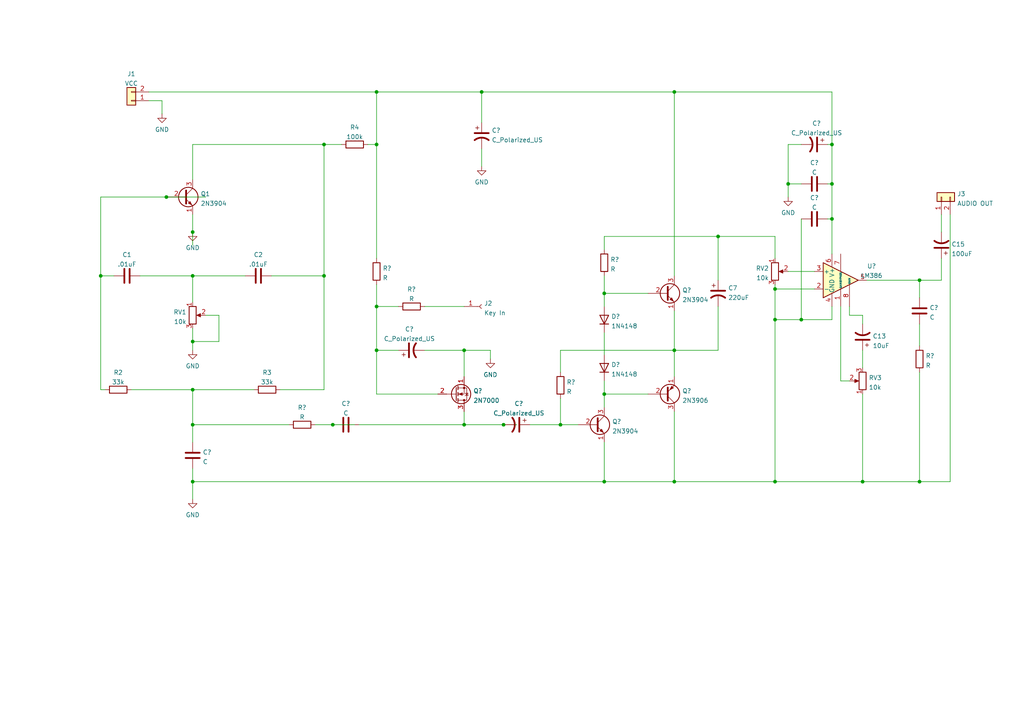
<source format=kicad_sch>
(kicad_sch (version 20211123) (generator eeschema)
  (paper "A4")
  (lib_symbols
    (symbol "Amplifier_Audio:LM386" (pin_names (offset 0.127))
      (property "Reference" "U" (at 1.27 7.62 0))
      (property "Value" "LM386" (at 1.27 5.08 0))
      (symbol "LM386_0_1"
        (polyline (pts (xy 5.08 0) (xy -5.08 5.08) (xy -5.08 -5.08) (xy 5.08 0)) (stroke (width 0.254)) (fill (type background)))
      )
      (symbol "LM386_1_1"
        (pin input line (at 0 -7.62 90) (length 5.08) (name "GAIN") (number "1"))
        (pin input line (at -7.62 -2.54 0) (length 2.54) (name "-") (number "2"))
        (pin input line (at -7.62 2.54 0) (length 2.54) (name "+") (number "3"))
        (pin power_in line (at -2.54 -7.62 90) (length 3.81) (name "GND") (number "4"))
        (pin output line (at 7.62 0 180) (length 2.54) (name "~") (number "5"))
        (pin power_in line (at -2.54 7.62 270) (length 3.81) (name "V+") (number "6"))
        (pin input line (at 0 7.62 270) (length 5.08) (name "BYPASS") (number "7"))
        (pin input line (at 2.54 -7.62 90) (length 6.35) (name "GAIN") (number "8"))
      )
    )
    (symbol "Connector:Conn_01x01_Female" (pin_names (offset 1.016) hide)
      (property "Reference" "J" (at 0 2.54 0))
      (property "Value" "Conn_01x01_Female" (at 0 -2.54 0))
      (symbol "Conn_01x01_Female_1_1"
        (polyline (pts (xy -1.27 0) (xy -0.508 0)) (stroke (width 0.1524)))
        (arc (start 0 0.508) (mid -0.508 0) (end 0 -0.508) (stroke (width 0.1524)))
        (pin passive line (at -5.08 0 0) (length 3.81) (name "Pin_1") (number "1"))
      )
    )
    (symbol "Connector_Generic:Conn_01x02" (pin_names (offset 1.016) hide)
      (property "Reference" "J" (at 0 2.54 0))
      (property "Value" "Conn_01x02" (at 0 -5.08 0))
      (symbol "Conn_01x02_1_1"
        (rectangle (start -1.27 -2.413) (end 0 -2.667) (stroke (width 0.1524)))
        (rectangle (start -1.27 0.127) (end 0 -0.127) (stroke (width 0.1524)))
        (rectangle (start -1.27 1.27) (end 1.27 -3.81) (stroke (width 0.254)) (fill (type background)))
        (pin passive line (at -5.08 0 0) (length 3.81) (name "Pin_1") (number "1"))
        (pin passive line (at -5.08 -2.54 0) (length 3.81) (name "Pin_2") (number "2"))
      )
    )
    (symbol "Device:C" (pin_numbers hide) (pin_names (offset 0.254))
      (property "Reference" "C" (at 0.635 2.54 0))
      (property "Value" "C" (at 0.635 -2.54 0))
      (symbol "C_0_1"
        (polyline (pts (xy -2.032 -0.762) (xy 2.032 -0.762)) (stroke (width 0.508)))
        (polyline (pts (xy -2.032 0.762) (xy 2.032 0.762)) (stroke (width 0.508)))
      )
      (symbol "C_1_1"
        (pin passive line (at 0 3.81 270) (length 2.794) (name "~") (number "1"))
        (pin passive line (at 0 -3.81 90) (length 2.794) (name "~") (number "2"))
      )
    )
    (symbol "Device:C_Polarized_US" (pin_numbers hide) (pin_names (offset 0.254) hide)
      (property "Reference" "C" (at 0.635 2.54 0))
      (property "Value" "C_Polarized_US" (at 0.635 -2.54 0))
      (symbol "C_Polarized_US_0_1"
        (polyline (pts (xy -2.032 0.762) (xy 2.032 0.762)) (stroke (width 0.508)))
        (polyline (pts (xy -1.778 2.286) (xy -0.762 2.286)))
        (polyline (pts (xy -1.27 1.778) (xy -1.27 2.794)))
        (arc (start 2.032 -1.27) (mid 0 -0.5572) (end -2.032 -1.27) (stroke (width 0.508)))
      )
      (symbol "C_Polarized_US_1_1"
        (pin passive line (at 0 3.81 270) (length 2.794) (name "~") (number "1"))
        (pin passive line (at 0 -3.81 90) (length 3.302) (name "~") (number "2"))
      )
    )
    (symbol "Device:R" (pin_numbers hide) (pin_names (offset 0))
      (property "Reference" "R" (at 2.032 0 90))
      (property "Value" "R" (at 0 0 90))
      (symbol "R_0_1"
        (rectangle (start -1.016 -2.54) (end 1.016 2.54) (stroke (width 0.254)))
      )
      (symbol "R_1_1"
        (pin passive line (at 0 3.81 270) (length 1.27) (name "~") (number "1"))
        (pin passive line (at 0 -3.81 90) (length 1.27) (name "~") (number "2"))
      )
    )
    (symbol "Device:R_Potentiometer" (pin_names (offset 1.016) hide)
      (property "Reference" "RV" (at -4.445 0 90))
      (property "Value" "R_Potentiometer" (at -2.54 0 90))
      (symbol "R_Potentiometer_0_1"
        (polyline (pts (xy 2.54 0) (xy 1.524 0)))
        (polyline (pts (xy 1.143 0) (xy 2.286 0.508) (xy 2.286 -0.508) (xy 1.143 0)) (fill (type outline)))
        (rectangle (start 1.016 2.54) (end -1.016 -2.54) (stroke (width 0.254)))
      )
      (symbol "R_Potentiometer_1_1"
        (pin passive line (at 0 3.81 270) (length 1.27) (name "1") (number "1"))
        (pin passive line (at 3.81 0 180) (length 1.27) (name "2") (number "2"))
        (pin passive line (at 0 -3.81 90) (length 1.27) (name "3") (number "3"))
      )
    )
    (symbol "Diode:1N4148" (pin_numbers hide) (pin_names (offset 1.016) hide)
      (property "Reference" "D" (at 0 2.54 0))
      (property "Value" "1N4148" (at 0 -2.54 0))
      (symbol "1N4148_0_1"
        (polyline (pts (xy -1.27 1.27) (xy -1.27 -1.27)) (stroke (width 0.254)))
        (polyline (pts (xy 1.27 0) (xy -1.27 0)))
        (polyline (pts (xy 1.27 1.27) (xy 1.27 -1.27) (xy -1.27 0) (xy 1.27 1.27)) (stroke (width 0.254)))
      )
      (symbol "1N4148_1_1"
        (pin passive line (at -3.81 0 0) (length 2.54) (name "K") (number "1"))
        (pin passive line (at 3.81 0 180) (length 2.54) (name "A") (number "2"))
      )
    )
    (symbol "Transistor_BJT:2N3904" (pin_names (offset 0) hide)
      (property "Reference" "Q" (at 5.08 1.905 0))
      (property "Value" "2N3904" (at 5.08 0 0))
      (symbol "2N3904_0_1"
        (polyline (pts (xy 0.635 0.635) (xy 2.54 2.54)))
        (polyline (pts (xy 0.635 -0.635) (xy 2.54 -2.54) (xy 2.54 -2.54)))
        (polyline (pts (xy 0.635 1.905) (xy 0.635 -1.905) (xy 0.635 -1.905)) (stroke (width 0.508)))
        (polyline (pts (xy 1.27 -1.778) (xy 1.778 -1.27) (xy 2.286 -2.286) (xy 1.27 -1.778) (xy 1.27 -1.778)) (fill (type outline)))
        (circle (center 1.27 0) (radius 2.8194) (stroke (width 0.254)))
      )
      (symbol "2N3904_1_1"
        (pin passive line (at 2.54 -5.08 90) (length 2.54) (name "E") (number "1"))
        (pin passive line (at -5.08 0 0) (length 5.715) (name "B") (number "2"))
        (pin passive line (at 2.54 5.08 270) (length 2.54) (name "C") (number "3"))
      )
    )
    (symbol "Transistor_BJT:2N3906" (pin_names (offset 0) hide)
      (property "Reference" "Q" (at 5.08 1.905 0))
      (property "Value" "2N3906" (at 5.08 0 0))
      (symbol "2N3906_0_1"
        (polyline (pts (xy 0.635 0.635) (xy 2.54 2.54)))
        (polyline (pts (xy 0.635 -0.635) (xy 2.54 -2.54) (xy 2.54 -2.54)))
        (polyline (pts (xy 0.635 1.905) (xy 0.635 -1.905) (xy 0.635 -1.905)) (stroke (width 0.508)))
        (polyline (pts (xy 2.286 -1.778) (xy 1.778 -2.286) (xy 1.27 -1.27) (xy 2.286 -1.778) (xy 2.286 -1.778)) (fill (type outline)))
        (circle (center 1.27 0) (radius 2.8194) (stroke (width 0.254)))
      )
      (symbol "2N3906_1_1"
        (pin passive line (at 2.54 -5.08 90) (length 2.54) (name "E") (number "1"))
        (pin input line (at -5.08 0 0) (length 5.715) (name "B") (number "2"))
        (pin passive line (at 2.54 5.08 270) (length 2.54) (name "C") (number "3"))
      )
    )
    (symbol "Transistor_FET:2N7000" (pin_names hide)
      (property "Reference" "Q" (at 5.08 1.905 0))
      (property "Value" "2N7000" (at 5.08 0 0))
      (symbol "2N7000_0_1"
        (polyline (pts (xy 0.254 0) (xy -2.54 0)))
        (polyline (pts (xy 0.254 1.905) (xy 0.254 -1.905)) (stroke (width 0.254)))
        (polyline (pts (xy 0.762 -1.27) (xy 0.762 -2.286)) (stroke (width 0.254)))
        (polyline (pts (xy 0.762 0.508) (xy 0.762 -0.508)) (stroke (width 0.254)))
        (polyline (pts (xy 0.762 2.286) (xy 0.762 1.27)) (stroke (width 0.254)))
        (polyline (pts (xy 2.54 2.54) (xy 2.54 1.778)))
        (polyline (pts (xy 2.54 -2.54) (xy 2.54 0) (xy 0.762 0)))
        (polyline (pts (xy 0.762 -1.778) (xy 3.302 -1.778) (xy 3.302 1.778) (xy 0.762 1.778)))
        (polyline (pts (xy 1.016 0) (xy 2.032 0.381) (xy 2.032 -0.381) (xy 1.016 0)) (fill (type outline)))
        (polyline (pts (xy 2.794 0.508) (xy 2.921 0.381) (xy 3.683 0.381) (xy 3.81 0.254)))
        (polyline (pts (xy 3.302 0.381) (xy 2.921 -0.254) (xy 3.683 -0.254) (xy 3.302 0.381)))
        (circle (center 1.651 0) (radius 2.794) (stroke (width 0.254)))
        (circle (center 2.54 -1.778) (radius 0.254) (fill (type outline)))
        (circle (center 2.54 1.778) (radius 0.254) (fill (type outline)))
      )
      (symbol "2N7000_1_1"
        (pin passive line (at 2.54 -5.08 90) (length 2.54) (name "S") (number "1"))
        (pin input line (at -5.08 0 0) (length 2.54) (name "G") (number "2"))
        (pin passive line (at 2.54 5.08 270) (length 2.54) (name "D") (number "3"))
      )
    )
    (symbol "power:GND" (power) (pin_names (offset 0))
      (property "Value" "GND" (at 0 -3.81 0))
      (symbol "GND_0_1"
        (polyline (pts (xy 0 0) (xy 0 -1.27) (xy 1.27 -1.27) (xy 0 -2.54) (xy -1.27 -1.27) (xy 0 -1.27)))
      )
      (symbol "GND_1_1"
        (pin power_in line (at 0 0 270) (length 0) hide (name "GND") (number "1"))
      )
    )
  )
  (junction (at 139.7 26.67))
  (junction (at 162.56 123.19))
  (junction (at 109.22 26.67))
  (junction (at 241.3 41.91))
  (junction (at 55.88 67.31))
  (junction (at 195.58 101.6))
  (junction (at 146.05 123.19))
  (junction (at 228.6 53.34))
  (junction (at 29.21 80.01))
  (junction (at 266.7 81.28))
  (junction (at 109.22 41.91))
  (junction (at 175.26 85.09))
  (junction (at 96.52 123.19))
  (junction (at 250.19 139.7))
  (junction (at 134.62 123.19))
  (junction (at 241.3 53.34))
  (junction (at 109.22 101.6))
  (junction (at 134.62 101.6))
  (junction (at 93.98 80.01))
  (junction (at 175.26 139.7))
  (junction (at 175.26 114.3))
  (junction (at 93.98 41.91))
  (junction (at 195.58 139.7))
  (junction (at 224.79 83.82))
  (junction (at 224.79 139.7))
  (junction (at 55.88 113.03))
  (junction (at 109.22 88.9))
  (junction (at 55.88 139.7))
  (junction (at 224.79 92.71))
  (junction (at 232.41 92.71))
  (junction (at 55.88 123.19))
  (junction (at 208.28 68.58))
  (junction (at 241.3 63.5))
  (junction (at 48.26 57.15))
  (junction (at 266.7 139.7))
  (junction (at 55.88 80.01))
  (junction (at 55.88 99.06))
  (junction (at 195.58 26.67))
  (wire (pts (xy 93.98 41.91) (xy 55.88 41.91)))
  (wire (pts (xy 139.7 26.67) (xy 139.7 35.56)))
  (wire (pts (xy 93.98 80.01) (xy 93.98 113.03)))
  (wire (pts (xy 250.19 93.98) (xy 250.19 91.44)))
  (wire (pts (xy 134.62 101.6) (xy 134.62 109.22)))
  (wire (pts (xy 55.88 123.19) (xy 83.82 123.19)))
  (wire (pts (xy 266.7 86.36) (xy 266.7 81.28)))
  (wire (pts (xy 175.26 114.3) (xy 187.96 114.3)))
  (wire (pts (xy 55.88 99.06) (xy 55.88 101.6)))
  (wire (pts (xy 38.1 113.03) (xy 55.88 113.03)))
  (wire (pts (xy 232.41 92.71) (xy 241.3 92.71)))
  (wire (pts (xy 241.3 53.34) (xy 241.3 41.91)))
  (wire (pts (xy 162.56 115.57) (xy 162.56 123.19)))
  (wire (pts (xy 240.03 53.34) (xy 241.3 53.34)))
  (wire (pts (xy 109.22 74.93) (xy 109.22 41.91)))
  (wire (pts (xy 139.7 43.18) (xy 139.7 48.26)))
  (wire (pts (xy 240.03 63.5) (xy 241.3 63.5)))
  (wire (pts (xy 266.7 107.95) (xy 266.7 139.7)))
  (wire (pts (xy 232.41 63.5) (xy 232.41 92.71)))
  (wire (pts (xy 195.58 26.67) (xy 241.3 26.67)))
  (wire (pts (xy 63.5 99.06) (xy 63.5 91.44)))
  (wire (pts (xy 55.88 95.25) (xy 55.88 99.06)))
  (wire (pts (xy 228.6 41.91) (xy 228.6 53.34)))
  (wire (pts (xy 139.7 26.67) (xy 195.58 26.67)))
  (wire (pts (xy 134.62 123.19) (xy 146.05 123.19)))
  (wire (pts (xy 78.74 80.01) (xy 93.98 80.01)))
  (wire (pts (xy 55.88 41.91) (xy 55.88 52.07)))
  (wire (pts (xy 55.88 135.89) (xy 55.88 139.7)))
  (wire (pts (xy 175.26 114.3) (xy 175.26 118.11)))
  (wire (pts (xy 55.88 123.19) (xy 55.88 128.27)))
  (wire (pts (xy 275.59 139.7) (xy 266.7 139.7)))
  (wire (pts (xy 55.88 99.06) (xy 63.5 99.06)))
  (wire (pts (xy 93.98 41.91) (xy 99.06 41.91)))
  (wire (pts (xy 208.28 101.6) (xy 195.58 101.6)))
  (wire (pts (xy 273.05 62.23) (xy 273.05 67.31)))
  (wire (pts (xy 224.79 82.55) (xy 224.79 83.82)))
  (wire (pts (xy 232.41 41.91) (xy 228.6 41.91)))
  (wire (pts (xy 29.21 113.03) (xy 30.48 113.03)))
  (wire (pts (xy 162.56 123.19) (xy 167.64 123.19)))
  (wire (pts (xy 109.22 41.91) (xy 106.68 41.91)))
  (wire (pts (xy 63.5 91.44) (xy 59.69 91.44)))
  (wire (pts (xy 59.69 57.15) (xy 48.26 57.15)))
  (wire (pts (xy 146.05 123.19) (xy 149.86 123.19)))
  (wire (pts (xy 208.28 68.58) (xy 224.79 68.58)))
  (wire (pts (xy 109.22 41.91) (xy 109.22 26.67)))
  (wire (pts (xy 55.88 80.01) (xy 55.88 87.63)))
  (wire (pts (xy 43.18 26.67) (xy 109.22 26.67)))
  (wire (pts (xy 55.88 113.03) (xy 55.88 123.19)))
  (wire (pts (xy 195.58 119.38) (xy 195.58 139.7)))
  (wire (pts (xy 175.26 85.09) (xy 187.96 85.09)))
  (wire (pts (xy 266.7 81.28) (xy 251.46 81.28)))
  (wire (pts (xy 250.19 101.6) (xy 250.19 106.68)))
  (wire (pts (xy 48.26 57.15) (xy 29.21 57.15)))
  (wire (pts (xy 208.28 88.9) (xy 208.28 101.6)))
  (wire (pts (xy 55.88 139.7) (xy 55.88 144.78)))
  (wire (pts (xy 81.28 113.03) (xy 93.98 113.03)))
  (wire (pts (xy 228.6 57.15) (xy 228.6 53.34)))
  (wire (pts (xy 162.56 101.6) (xy 195.58 101.6)))
  (wire (pts (xy 246.38 91.44) (xy 246.38 88.9)))
  (wire (pts (xy 241.3 73.66) (xy 241.3 63.5)))
  (wire (pts (xy 91.44 123.19) (xy 96.52 123.19)))
  (wire (pts (xy 228.6 78.74) (xy 236.22 78.74)))
  (wire (pts (xy 195.58 26.67) (xy 195.58 80.01)))
  (wire (pts (xy 175.26 88.9) (xy 175.26 85.09)))
  (wire (pts (xy 241.3 26.67) (xy 241.3 41.91)))
  (wire (pts (xy 123.19 88.9) (xy 134.62 88.9)))
  (wire (pts (xy 40.64 80.01) (xy 55.88 80.01)))
  (wire (pts (xy 175.26 110.49) (xy 175.26 114.3)))
  (wire (pts (xy 266.7 93.98) (xy 266.7 100.33)))
  (wire (pts (xy 109.22 88.9) (xy 115.57 88.9)))
  (wire (pts (xy 195.58 139.7) (xy 224.79 139.7)))
  (wire (pts (xy 224.79 92.71) (xy 224.79 139.7)))
  (wire (pts (xy 250.19 139.7) (xy 224.79 139.7)))
  (wire (pts (xy 109.22 26.67) (xy 139.7 26.67)))
  (wire (pts (xy 175.26 128.27) (xy 175.26 139.7)))
  (wire (pts (xy 224.79 92.71) (xy 232.41 92.71)))
  (wire (pts (xy 142.24 101.6) (xy 134.62 101.6)))
  (wire (pts (xy 175.26 139.7) (xy 195.58 139.7)))
  (wire (pts (xy 142.24 104.14) (xy 142.24 101.6)))
  (wire (pts (xy 109.22 101.6) (xy 115.57 101.6)))
  (wire (pts (xy 250.19 114.3) (xy 250.19 139.7)))
  (wire (pts (xy 228.6 53.34) (xy 232.41 53.34)))
  (wire (pts (xy 224.79 74.93) (xy 224.79 68.58)))
  (wire (pts (xy 175.26 68.58) (xy 208.28 68.58)))
  (wire (pts (xy 243.84 110.49) (xy 246.38 110.49)))
  (wire (pts (xy 175.26 68.58) (xy 175.26 72.39)))
  (wire (pts (xy 273.05 81.28) (xy 266.7 81.28)))
  (wire (pts (xy 109.22 88.9) (xy 109.22 101.6)))
  (wire (pts (xy 241.3 63.5) (xy 241.3 53.34)))
  (wire (pts (xy 241.3 92.71) (xy 241.3 88.9)))
  (wire (pts (xy 109.22 114.3) (xy 127 114.3)))
  (wire (pts (xy 208.28 81.28) (xy 208.28 68.58)))
  (wire (pts (xy 134.62 119.38) (xy 134.62 123.19)))
  (wire (pts (xy 250.19 91.44) (xy 246.38 91.44)))
  (wire (pts (xy 162.56 107.95) (xy 162.56 101.6)))
  (wire (pts (xy 29.21 80.01) (xy 29.21 113.03)))
  (wire (pts (xy 93.98 41.91) (xy 93.98 80.01)))
  (wire (pts (xy 109.22 101.6) (xy 109.22 114.3)))
  (wire (pts (xy 243.84 88.9) (xy 243.84 110.49)))
  (wire (pts (xy 153.67 123.19) (xy 162.56 123.19)))
  (wire (pts (xy 241.3 41.91) (xy 240.03 41.91)))
  (wire (pts (xy 55.88 67.31) (xy 55.88 71.12)))
  (wire (pts (xy 46.99 29.21) (xy 43.18 29.21)))
  (wire (pts (xy 266.7 139.7) (xy 250.19 139.7)))
  (wire (pts (xy 175.26 96.52) (xy 175.26 102.87)))
  (wire (pts (xy 29.21 80.01) (xy 33.02 80.01)))
  (wire (pts (xy 55.88 62.23) (xy 55.88 67.31)))
  (wire (pts (xy 224.79 83.82) (xy 236.22 83.82)))
  (wire (pts (xy 195.58 101.6) (xy 195.58 109.22)))
  (wire (pts (xy 123.19 101.6) (xy 134.62 101.6)))
  (wire (pts (xy 46.99 33.02) (xy 46.99 29.21)))
  (wire (pts (xy 109.22 82.55) (xy 109.22 88.9)))
  (wire (pts (xy 55.88 113.03) (xy 73.66 113.03)))
  (wire (pts (xy 29.21 57.15) (xy 29.21 80.01)))
  (wire (pts (xy 175.26 80.01) (xy 175.26 85.09)))
  (wire (pts (xy 96.52 123.19) (xy 102.87 123.19)))
  (wire (pts (xy 55.88 139.7) (xy 175.26 139.7)))
  (wire (pts (xy 55.88 80.01) (xy 71.12 80.01)))
  (wire (pts (xy 273.05 74.93) (xy 273.05 81.28)))
  (wire (pts (xy 195.58 90.17) (xy 195.58 101.6)))
  (wire (pts (xy 224.79 83.82) (xy 224.79 92.71)))
  (wire (pts (xy 134.62 123.19) (xy 104.14 123.19)))
  (wire (pts (xy 275.59 62.23) (xy 275.59 139.7)))
  (symbol (lib_id "Device:C_Polarized_US") (at 208.28 85.09 0) (unit 1)
    (property "Reference" "C7" (at 211.201 83.5465 0) (effects (justify left)))
    (property "Value" "220uF" (at 211.201 86.3216 0) (effects (justify left)))
  )
  (symbol (lib_id "power:GND") (at 55.88 144.78 0) (unit 1)
    (property "Reference" "#PWR?" (effects hide))
    (property "Value" "GND" (at 55.88 149.3425 0))
  )
  (symbol (lib_id "Connector_Generic:Conn_01x02") (at 273.05 57.15 90) (unit 1)
    (property "Reference" "J3" (at 277.622 56.2415 90) (effects (justify right)))
    (property "Value" "AUDIO OUT" (at 277.622 59.0166 90) (effects (justify right)))
  )
  (symbol (lib_id "power:GND") (at 55.88 67.31 0) (unit 1)
    (property "Reference" "#PWR?" (effects hide))
    (property "Value" "GND" (at 55.88 71.8725 0))
  )
  (symbol (lib_id "Device:R_Potentiometer") (at 250.19 110.49 180) (unit 1)
    (property "Reference" "RV3" (at 251.968 109.5815 0) (effects (justify right)))
    (property "Value" "10k" (at 251.968 112.3566 0) (effects (justify right)))
    (property "Footprint" "Connector_PinHeader_2.00mm:PinHeader_1x03_P2.00mm_Vertical" (effects hide))
  )
  (symbol (lib_id "power:GND") (at 55.88 101.6 0) (unit 1)
    (property "Reference" "#PWR?" (effects hide))
    (property "Value" "GND" (at 55.88 106.1625 0))
  )
  (symbol (lib_id "Device:R") (at 119.38 88.9 90) (unit 1)
    (property "Reference" "R?" (at 119.38 83.9175 90))
    (property "Value" "R" (at 119.38 86.6926 90))
  )
  (symbol (lib_id "Device:R_Potentiometer") (at 55.88 91.44 0) (unit 1)
    (property "Reference" "RV1" (at 54.1021 90.5315 0) (effects (justify right)))
    (property "Value" "10k" (at 54.1021 93.3066 0) (effects (justify right)))
    (property "Footprint" "Connector_PinHeader_2.00mm:PinHeader_1x03_P2.00mm_Vertical" (effects hide))
  )
  (symbol (lib_id "Device:C") (at 100.33 123.19 90) (unit 1)
    (property "Reference" "C?" (at 100.33 117.0645 90))
    (property "Value" "C" (at 100.33 119.8396 90))
  )
  (symbol (lib_id "power:GND") (at 228.6 57.15 0) (unit 1)
    (property "Reference" "#PWR?" (effects hide))
    (property "Value" "GND" (at 228.6 61.7125 0))
  )
  (symbol (lib_id "Device:R") (at 175.26 76.2 0) (unit 1)
    (property "Reference" "R?" (at 177.038 75.2915 0) (effects (justify left)))
    (property "Value" "R" (at 177.038 78.0666 0) (effects (justify left)))
  )
  (symbol (lib_id "Transistor_BJT:2N3904") (at 53.34 57.15 0) (unit 1)
    (property "Reference" "Q1" (at 58.1914 56.2415 0) (effects (justify left)))
    (property "Value" "2N3904" (at 58.1914 59.0166 0) (effects (justify left)))
    (property "Footprint" "Package_TO_SOT_THT:TO-92_Inline" (effects hide))
    (property "Datasheet" "https://www.onsemi.com/pub/Collateral/2N3903-D.PDF" (effects hide))
  )
  (symbol (lib_id "Connector_Generic:Conn_01x02") (at 38.1 29.21 180) (unit 1)
    (property "Reference" "J1" (at 38.1 21.4335 0))
    (property "Value" "VCC" (at 38.1 24.2086 0))
    (property "Footprint" "Connector_PinHeader_2.00mm:PinHeader_1x02_P2.00mm_Vertical" (effects hide))
  )
  (symbol (lib_id "Device:C") (at 236.22 53.34 90) (unit 1)
    (property "Reference" "C?" (at 236.22 47.2145 90))
    (property "Value" "C" (at 236.22 49.9896 90))
  )
  (symbol (lib_id "Device:C_Polarized_US") (at 236.22 41.91 270) (unit 1)
    (property "Reference" "C?" (at 236.855 35.7845 90))
    (property "Value" "C_Polarized_US" (at 236.855 38.5596 90))
  )
  (symbol (lib_id "Device:C_Polarized_US") (at 139.7 39.37 0) (unit 1)
    (property "Reference" "C?" (at 142.621 37.8265 0) (effects (justify left)))
    (property "Value" "C_Polarized_US" (at 142.621 40.6016 0) (effects (justify left)))
  )
  (symbol (lib_id "Device:R") (at 109.22 78.74 0) (unit 1)
    (property "Reference" "R?" (at 110.998 77.8315 0) (effects (justify left)))
    (property "Value" "R" (at 110.998 80.6066 0) (effects (justify left)))
  )
  (symbol (lib_id "power:GND") (at 142.24 104.14 0) (unit 1)
    (property "Reference" "#PWR?" (effects hide))
    (property "Value" "GND" (at 142.24 108.7025 0))
  )
  (symbol (lib_id "Device:R") (at 87.63 123.19 90) (unit 1)
    (property "Reference" "R?" (at 87.63 118.2075 90))
    (property "Value" "R" (at 87.63 120.9826 90))
  )
  (symbol (lib_id "Device:R") (at 162.56 111.76 0) (unit 1)
    (property "Reference" "R?" (at 164.338 110.8515 0) (effects (justify left)))
    (property "Value" "R" (at 164.338 113.6266 0) (effects (justify left)))
  )
  (symbol (lib_id "Transistor_FET:2N7000") (at 132.08 114.3 0) (mirror x) (unit 1)
    (property "Reference" "Q?" (at 137.287 113.3915 0) (effects (justify left)))
    (property "Value" "2N7000" (at 137.287 116.1666 0) (effects (justify left)))
    (property "Footprint" "Package_TO_SOT_THT:TO-92_Inline" (effects hide))
    (property "Datasheet" "https://www.onsemi.com/pub/Collateral/NDS7002A-D.PDF" (effects hide))
  )
  (symbol (lib_id "Device:C_Polarized_US") (at 250.19 97.79 180) (unit 1)
    (property "Reference" "C13" (at 253.111 97.5165 0) (effects (justify right)))
    (property "Value" "10uF" (at 253.111 100.2916 0) (effects (justify right)))
    (property "Footprint" "Capacitor_THT:CP_Axial_L10.0mm_D4.5mm_P15.00mm_Horizontal" (effects hide))
  )
  (symbol (lib_id "Device:R") (at 34.29 113.03 90) (unit 1)
    (property "Reference" "R2" (at 34.29 108.0475 90))
    (property "Value" "33k" (at 34.29 110.8226 90))
    (property "Footprint" "Resistor_THT:R_Axial_DIN0207_L6.3mm_D2.5mm_P10.16mm_Horizontal" (effects hide))
  )
  (symbol (lib_id "Device:C") (at 74.93 80.01 90) (unit 1)
    (property "Reference" "C2" (at 74.93 73.8845 90))
    (property "Value" ".01uF" (at 74.93 76.6596 90))
    (property "Footprint" "Capacitor_THT:C_Disc_D4.3mm_W1.9mm_P5.00mm" (effects hide))
  )
  (symbol (lib_id "Connector:Conn_01x01_Female") (at 139.7 88.9 0) (unit 1)
    (property "Reference" "J2" (at 140.4112 87.9915 0) (effects (justify left)))
    (property "Value" "Key In" (at 140.4112 90.7666 0) (effects (justify left)))
    (property "Footprint" "Connector_PinHeader_2.00mm:PinHeader_1x01_P2.00mm_Vertical" (effects hide))
  )
  (symbol (lib_id "Diode:1N4148") (at 175.26 92.71 90) (unit 1)
    (property "Reference" "D?" (at 177.292 91.8015 90) (effects (justify right)))
    (property "Value" "1N4148" (at 177.292 94.5766 90) (effects (justify right)))
    (property "Footprint" "Diode_THT:D_DO-35_SOD27_P7.62mm_Horizontal" (effects hide))
    (property "Datasheet" "https://assets.nexperia.com/documents/data-sheet/1N4148_1N4448.pdf" (effects hide))
  )
  (symbol (lib_id "Transistor_BJT:2N3904") (at 172.72 123.19 0) (unit 1)
    (property "Reference" "Q?" (at 177.5714 122.2815 0) (effects (justify left)))
    (property "Value" "2N3904" (at 177.5714 125.0566 0) (effects (justify left)))
    (property "Footprint" "Package_TO_SOT_THT:TO-92_Inline" (effects hide))
    (property "Datasheet" "https://www.onsemi.com/pub/Collateral/2N3903-D.PDF" (effects hide))
  )
  (symbol (lib_id "Device:R") (at 77.47 113.03 90) (unit 1)
    (property "Reference" "R3" (at 77.47 108.0475 90))
    (property "Value" "33k" (at 77.47 110.8226 90))
    (property "Footprint" "Resistor_THT:R_Axial_DIN0207_L6.3mm_D2.5mm_P10.16mm_Horizontal" (effects hide))
  )
  (symbol (lib_id "Device:C") (at 266.7 90.17 0) (unit 1)
    (property "Reference" "C?" (at 269.621 89.2615 0) (effects (justify left)))
    (property "Value" "C" (at 269.621 92.0366 0) (effects (justify left)))
  )
  (symbol (lib_id "Device:R") (at 266.7 104.14 0) (unit 1)
    (property "Reference" "R?" (at 268.478 103.2315 0) (effects (justify left)))
    (property "Value" "R" (at 268.478 106.0066 0) (effects (justify left)))
  )
  (symbol (lib_id "Transistor_BJT:2N3904") (at 193.04 85.09 0) (unit 1)
    (property "Reference" "Q?" (at 197.8914 84.1815 0) (effects (justify left)))
    (property "Value" "2N3904" (at 197.8914 86.9566 0) (effects (justify left)))
    (property "Footprint" "Package_TO_SOT_THT:TO-92_Inline" (effects hide))
    (property "Datasheet" "https://www.onsemi.com/pub/Collateral/2N3903-D.PDF" (effects hide))
  )
  (symbol (lib_id "Device:R") (at 102.87 41.91 90) (unit 1)
    (property "Reference" "R4" (at 102.87 36.9275 90))
    (property "Value" "100k" (at 102.87 39.7026 90))
    (property "Footprint" "Resistor_THT:R_Axial_DIN0207_L6.3mm_D2.5mm_P10.16mm_Horizontal" (effects hide))
  )
  (symbol (lib_id "Device:C_Polarized_US") (at 273.05 71.12 180) (unit 1)
    (property "Reference" "C15" (at 275.971 70.8465 0) (effects (justify right)))
    (property "Value" "100uF" (at 275.971 73.6216 0) (effects (justify right)))
    (property "Footprint" "Capacitor_THT:CP_Axial_L10.0mm_D4.5mm_P15.00mm_Horizontal" (effects hide))
  )
  (symbol (lib_id "Amplifier_Audio:LM386") (at 243.84 81.28 0) (unit 1)
    (property "Reference" "U?" (at 252.8154 77.1865 0))
    (property "Value" "LM386" (at 252.8154 79.9616 0))
    (property "Datasheet" "http://www.ti.com/lit/ds/symlink/lm386.pdf" (effects hide))
  )
  (symbol (lib_id "Device:R_Potentiometer") (at 224.79 78.74 0) (unit 1)
    (property "Reference" "RV2" (at 223.0121 77.8315 0) (effects (justify right)))
    (property "Value" "10k" (at 223.0121 80.6066 0) (effects (justify right)))
  )
  (symbol (lib_id "Transistor_BJT:2N3906") (at 193.04 114.3 0) (mirror x) (unit 1)
    (property "Reference" "Q?" (at 197.8914 113.3915 0) (effects (justify left)))
    (property "Value" "2N3906" (at 197.8914 116.1666 0) (effects (justify left)))
    (property "Footprint" "Package_TO_SOT_THT:TO-92_Inline" (effects hide))
    (property "Datasheet" "https://www.onsemi.com/pub/Collateral/2N3906-D.PDF" (effects hide))
  )
  (symbol (lib_id "Device:C") (at 55.88 132.08 0) (unit 1)
    (property "Reference" "C?" (at 58.801 131.1715 0) (effects (justify left)))
    (property "Value" "C" (at 58.801 133.9466 0) (effects (justify left)))
  )
  (symbol (lib_id "power:GND") (at 46.99 33.02 0) (unit 1)
    (property "Reference" "#PWR?" (effects hide))
    (property "Value" "GND" (at 46.99 37.5825 0))
  )
  (symbol (lib_id "Device:C_Polarized_US") (at 119.38 101.6 90) (unit 1)
    (property "Reference" "C?" (at 118.745 95.4745 90))
    (property "Value" "C_Polarized_US" (at 118.745 98.2496 90))
  )
  (symbol (lib_id "Device:C") (at 236.22 63.5 90) (unit 1)
    (property "Reference" "C?" (at 236.22 57.3745 90))
    (property "Value" "C" (at 236.22 60.1496 90))
  )
  (symbol (lib_id "power:GND") (at 139.7 48.26 0) (unit 1)
    (property "Reference" "#PWR?" (effects hide))
    (property "Value" "GND" (at 139.7 52.8225 0))
  )
  (symbol (lib_id "Diode:1N4148") (at 175.26 106.68 90) (unit 1)
    (property "Reference" "D?" (at 177.292 105.7715 90) (effects (justify right)))
    (property "Value" "1N4148" (at 177.292 108.5466 90) (effects (justify right)))
    (property "Footprint" "Diode_THT:D_DO-35_SOD27_P7.62mm_Horizontal" (effects hide))
    (property "Datasheet" "https://assets.nexperia.com/documents/data-sheet/1N4148_1N4448.pdf" (effects hide))
  )
  (symbol (lib_id "Device:C_Polarized_US") (at 149.86 123.19 270) (unit 1)
    (property "Reference" "C?" (at 150.495 117.0645 90))
    (property "Value" "C_Polarized_US" (at 150.495 119.8396 90))
  )
  (symbol (lib_id "Device:C") (at 36.83 80.01 90) (unit 1)
    (property "Reference" "C1" (at 36.83 73.8845 90))
    (property "Value" ".01uF" (at 36.83 76.6596 90))
    (property "Footprint" "Capacitor_THT:C_Disc_D4.3mm_W1.9mm_P5.00mm" (effects hide))
  )
)
</source>
